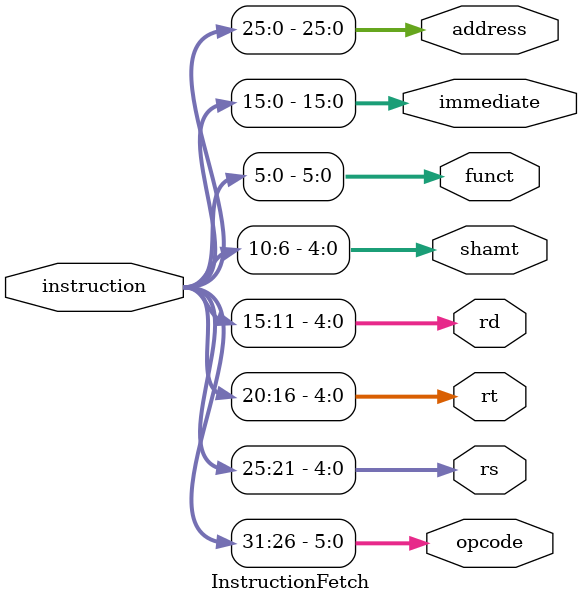
<source format=v>
module InstructionFetch(
	input [31:0] instruction,
	output [5:0] opcode,
	output [4:0] rs,
	output [4:0] rt,
	output [4:0] rd,
	output [4:0] shamt,
	output [5:0] funct,
	output [15:0] immediate,
	output [25:0] address
);
assign opcode = instruction[31:26];
assign rs = instruction[25:21];
assign rt = instruction[20:16];
assign rd = instruction[15:11];
assign shamt = instruction[10:6];
assign funct = instruction[5:0];
assign immediate = instruction[15:0];
assign address = instruction[25:0];
endmodule

		
</source>
